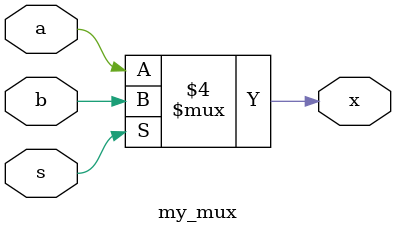
<source format=v>
module my_mux
(
	input s, a, b,
	output reg x
);

always @ (*)
begin

if(s==1) x <= b; else x <= a;

end

endmodule

</source>
